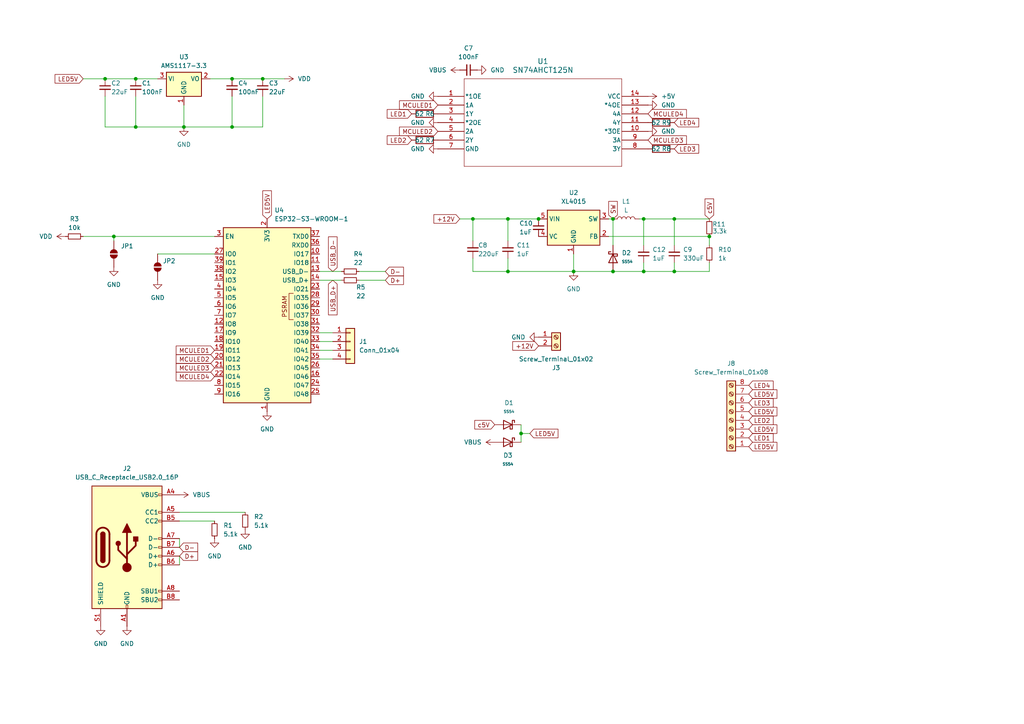
<source format=kicad_sch>
(kicad_sch (version 20241004) (generator "eeschema") (generator_version "8.99")
  (paper "A4")
  (lib_symbols
    (symbol "2025-11-21_18-39-34:SN74AHCT125N" (pin_names (offset 0.254))
      (property "Reference" "U" (at 30.48 10.16 0))
      (property "Value" "SN74AHCT125N" (at 30.48 7.62 0))
      (symbol "SN74AHCT125N_0_1"
        (polyline (pts (xy 7.62 5.08) (xy 7.62 -20.32)) (stroke (width 0.127)))
        (polyline (pts (xy 7.62 -20.32) (xy 53.34 -20.32)) (stroke (width 0.127)))
        (polyline (pts (xy 53.34 5.08) (xy 7.62 5.08)) (stroke (width 0.127)))
        (polyline (pts (xy 53.34 -20.32) (xy 53.34 5.08)) (stroke (width 0.127)))
        (pin input line (at 0 0 0) (length 7.62) (name "*1OE") (number "1"))
        (pin input line (at 0 -2.54 0) (length 7.62) (name "1A") (number "2"))
        (pin unspecified line (at 0 -5.08 0) (length 7.62) (name "1Y") (number "3"))
        (pin input line (at 0 -7.62 0) (length 7.62) (name "*2OE") (number "4"))
        (pin input line (at 0 -10.16 0) (length 7.62) (name "2A") (number "5"))
        (pin unspecified line (at 0 -12.7 0) (length 7.62) (name "2Y") (number "6"))
        (pin power_in line (at 0 -15.24 0) (length 7.62) (name "GND") (number "7"))
        (pin power_in line (at 60.96 0 180) (length 7.62) (name "VCC") (number "14"))
        (pin input line (at 60.96 -2.54 180) (length 7.62) (name "*4OE") (number "13"))
        (pin input line (at 60.96 -5.08 180) (length 7.62) (name "4A") (number "12"))
        (pin unspecified line (at 60.96 -7.62 180) (length 7.62) (name "4Y") (number "11"))
        (pin input line (at 60.96 -10.16 180) (length 7.62) (name "*3OE") (number "10"))
        (pin input line (at 60.96 -12.7 180) (length 7.62) (name "3A") (number "9"))
        (pin unspecified line (at 60.96 -15.24 180) (length 7.62) (name "3Y") (number "8"))
      )
    )
    (symbol "Connector:Screw_Terminal_01x02" (pin_names (offset 1.016) (hide yes))
      (property "Reference" "J" (at 0 2.54 0))
      (property "Value" "Screw_Terminal_01x02" (at 0 -5.08 0))
      (symbol "Screw_Terminal_01x02_1_1"
        (rectangle (start -1.27 1.27) (end 1.27 -3.81) (stroke (width 0.254)) (fill (type background)))
        (polyline (pts (xy -0.5334 0.3302) (xy 0.3302 -0.508)) (stroke (width 0.1524)))
        (polyline (pts (xy -0.5334 -2.2098) (xy 0.3302 -3.048)) (stroke (width 0.1524)))
        (polyline (pts (xy -0.3556 0.508) (xy 0.508 -0.3302)) (stroke (width 0.1524)))
        (polyline (pts (xy -0.3556 -2.032) (xy 0.508 -2.8702)) (stroke (width 0.1524)))
        (circle (center 0 0) (radius 0.635) (stroke (width 0.1524)))
        (circle (center 0 -2.54) (radius 0.635) (stroke (width 0.1524)))
        (pin passive line (at -5.08 0 0) (length 3.81) (name "Pin_1") (number "1"))
        (pin passive line (at -5.08 -2.54 0) (length 3.81) (name "Pin_2") (number "2"))
      )
    )
    (symbol "Connector:Screw_Terminal_01x08" (pin_names (offset 1.016) (hide yes))
      (property "Reference" "J" (at 0 10.16 0))
      (property "Value" "Screw_Terminal_01x08" (at 0 -12.7 0))
      (symbol "Screw_Terminal_01x08_1_1"
        (rectangle (start -1.27 8.89) (end 1.27 -11.43) (stroke (width 0.254)) (fill (type background)))
        (polyline (pts (xy -0.5334 7.9502) (xy 0.3302 7.112)) (stroke (width 0.1524)))
        (polyline (pts (xy -0.5334 5.4102) (xy 0.3302 4.572)) (stroke (width 0.1524)))
        (polyline (pts (xy -0.5334 2.8702) (xy 0.3302 2.032)) (stroke (width 0.1524)))
        (polyline (pts (xy -0.5334 0.3302) (xy 0.3302 -0.508)) (stroke (width 0.1524)))
        (polyline (pts (xy -0.5334 -2.2098) (xy 0.3302 -3.048)) (stroke (width 0.1524)))
        (polyline (pts (xy -0.5334 -4.7498) (xy 0.3302 -5.588)) (stroke (width 0.1524)))
        (polyline (pts (xy -0.5334 -7.2898) (xy 0.3302 -8.128)) (stroke (width 0.1524)))
        (polyline (pts (xy -0.5334 -9.8298) (xy 0.3302 -10.668)) (stroke (width 0.1524)))
        (polyline (pts (xy -0.3556 8.128) (xy 0.508 7.2898)) (stroke (width 0.1524)))
        (polyline (pts (xy -0.3556 5.588) (xy 0.508 4.7498)) (stroke (width 0.1524)))
        (polyline (pts (xy -0.3556 3.048) (xy 0.508 2.2098)) (stroke (width 0.1524)))
        (polyline (pts (xy -0.3556 0.508) (xy 0.508 -0.3302)) (stroke (width 0.1524)))
        (polyline (pts (xy -0.3556 -2.032) (xy 0.508 -2.8702)) (stroke (width 0.1524)))
        (polyline (pts (xy -0.3556 -4.572) (xy 0.508 -5.4102)) (stroke (width 0.1524)))
        (polyline (pts (xy -0.3556 -7.112) (xy 0.508 -7.9502)) (stroke (width 0.1524)))
        (polyline (pts (xy -0.3556 -9.652) (xy 0.508 -10.4902)) (stroke (width 0.1524)))
        (circle (center 0 7.62) (radius 0.635) (stroke (width 0.1524)))
        (circle (center 0 5.08) (radius 0.635) (stroke (width 0.1524)))
        (circle (center 0 2.54) (radius 0.635) (stroke (width 0.1524)))
        (circle (center 0 0) (radius 0.635) (stroke (width 0.1524)))
        (circle (center 0 -2.54) (radius 0.635) (stroke (width 0.1524)))
        (circle (center 0 -5.08) (radius 0.635) (stroke (width 0.1524)))
        (circle (center 0 -7.62) (radius 0.635) (stroke (width 0.1524)))
        (circle (center 0 -10.16) (radius 0.635) (stroke (width 0.1524)))
        (pin passive line (at -5.08 7.62 0) (length 3.81) (name "Pin_1") (number "1"))
        (pin passive line (at -5.08 5.08 0) (length 3.81) (name "Pin_2") (number "2"))
        (pin passive line (at -5.08 2.54 0) (length 3.81) (name "Pin_3") (number "3"))
        (pin passive line (at -5.08 0 0) (length 3.81) (name "Pin_4") (number "4"))
        (pin passive line (at -5.08 -2.54 0) (length 3.81) (name "Pin_5") (number "5"))
        (pin passive line (at -5.08 -5.08 0) (length 3.81) (name "Pin_6") (number "6"))
        (pin passive line (at -5.08 -7.62 0) (length 3.81) (name "Pin_7") (number "7"))
        (pin passive line (at -5.08 -10.16 0) (length 3.81) (name "Pin_8") (number "8"))
      )
    )
    (symbol "Connector:USB_C_Receptacle_USB2.0_16P" (pin_names (offset 1.016))
      (property "Reference" "J" (at 0 22.225 0))
      (property "Value" "USB_C_Receptacle_USB2.0_16P" (at 0 19.685 0))
      (symbol "USB_C_Receptacle_USB2.0_16P_0_0"
        (rectangle (start -0.254 -17.78) (end 0.254 -16.764))
        (rectangle (start 10.16 15.494) (end 9.144 14.986))
        (rectangle (start 10.16 10.414) (end 9.144 9.906))
        (rectangle (start 10.16 7.874) (end 9.144 7.366))
        (rectangle (start 10.16 2.794) (end 9.144 2.286))
        (rectangle (start 10.16 0.254) (end 9.144 -0.254))
        (rectangle (start 10.16 -2.286) (end 9.144 -2.794))
        (rectangle (start 10.16 -4.826) (end 9.144 -5.334))
        (rectangle (start 10.16 -12.446) (end 9.144 -12.954))
        (rectangle (start 10.16 -14.986) (end 9.144 -15.494))
      )
      (symbol "USB_C_Receptacle_USB2.0_16P_0_1"
        (rectangle (start -10.16 17.78) (end 10.16 -17.78) (stroke (width 0.254)) (fill (type background)))
        (polyline (pts (xy -8.89 -3.81) (xy -8.89 3.81)) (stroke (width 0.508)))
        (rectangle (start -7.62 -3.81) (end -6.35 3.81) (stroke (width 0.254)) (fill (type outline)))
        (arc (start -7.62 3.81) (mid -6.985 4.4423) (end -6.35 3.81) (stroke (width 0.254)) (fill (type outline)))
        (arc (start -7.62 3.81) (mid -6.985 4.4423) (end -6.35 3.81) (stroke (width 0.254)))
        (arc (start -8.89 3.81) (mid -6.985 5.7067) (end -5.08 3.81) (stroke (width 0.508)))
        (arc (start -5.08 -3.81) (mid -6.985 -5.7067) (end -8.89 -3.81) (stroke (width 0.508)))
        (arc (start -6.35 -3.81) (mid -6.985 -4.4423) (end -7.62 -3.81) (stroke (width 0.254)) (fill (type outline)))
        (arc (start -6.35 -3.81) (mid -6.985 -4.4423) (end -7.62 -3.81) (stroke (width 0.254)))
        (polyline (pts (xy -5.08 3.81) (xy -5.08 -3.81)) (stroke (width 0.508)))
        (circle (center -2.54 1.143) (radius 0.635) (stroke (width 0.254)) (fill (type outline)))
        (polyline (pts (xy -1.27 4.318) (xy 0 6.858) (xy 1.27 4.318) (xy -1.27 4.318)) (stroke (width 0.254)) (fill (type outline)))
        (polyline (pts (xy 0 -2.032) (xy 2.54 0.508) (xy 2.54 1.778)) (stroke (width 0.508)))
        (polyline (pts (xy 0 -3.302) (xy -2.54 -0.762) (xy -2.54 0.508)) (stroke (width 0.508)))
        (circle (center 0 -5.842) (radius 1.27) (fill (type outline)))
        (polyline (pts (xy 0 -5.842) (xy 0 4.318)) (stroke (width 0.508)))
        (rectangle (start 1.905 1.778) (end 3.175 3.048) (stroke (width 0.254)) (fill (type outline)))
      )
      (symbol "USB_C_Receptacle_USB2.0_16P_1_1"
        (pin passive line (at -7.62 -22.86 90) (length 5.08) (name "SHIELD") (number "S1"))
        (pin passive line (at 0 -22.86 90) (length 5.08) (name "GND") (number "A1"))
        (pin passive line (at 0 -22.86 90) (length 5.08) (hide yes) (name "GND") (number "A12"))
        (pin passive line (at 0 -22.86 90) (length 5.08) (hide yes) (name "GND") (number "B1"))
        (pin passive line (at 0 -22.86 90) (length 5.08) (hide yes) (name "GND") (number "B12"))
        (pin passive line (at 15.24 15.24 180) (length 5.08) (name "VBUS") (number "A4"))
        (pin passive line (at 15.24 15.24 180) (length 5.08) (hide yes) (name "VBUS") (number "A9"))
        (pin passive line (at 15.24 15.24 180) (length 5.08) (hide yes) (name "VBUS") (number "B4"))
        (pin passive line (at 15.24 15.24 180) (length 5.08) (hide yes) (name "VBUS") (number "B9"))
        (pin bidirectional line (at 15.24 10.16 180) (length 5.08) (name "CC1") (number "A5"))
        (pin bidirectional line (at 15.24 7.62 180) (length 5.08) (name "CC2") (number "B5"))
        (pin bidirectional line (at 15.24 2.54 180) (length 5.08) (name "D-") (number "A7"))
        (pin bidirectional line (at 15.24 0 180) (length 5.08) (name "D-") (number "B7"))
        (pin bidirectional line (at 15.24 -2.54 180) (length 5.08) (name "D+") (number "A6"))
        (pin bidirectional line (at 15.24 -5.08 180) (length 5.08) (name "D+") (number "B6"))
        (pin bidirectional line (at 15.24 -12.7 180) (length 5.08) (name "SBU1") (number "A8"))
        (pin bidirectional line (at 15.24 -15.24 180) (length 5.08) (name "SBU2") (number "B8"))
      )
    )
    (symbol "Connector_Generic:Conn_01x04" (pin_names (offset 1.016) (hide yes))
      (property "Reference" "J" (at 0 5.08 0))
      (property "Value" "Conn_01x04" (at 0 -7.62 0))
      (symbol "Conn_01x04_1_1"
        (rectangle (start -1.27 3.81) (end 1.27 -6.35) (stroke (width 0.254)) (fill (type background)))
        (rectangle (start -1.27 2.667) (end 0 2.413) (stroke (width 0.1524)))
        (rectangle (start -1.27 0.127) (end 0 -0.127) (stroke (width 0.1524)))
        (rectangle (start -1.27 -2.413) (end 0 -2.667) (stroke (width 0.1524)))
        (rectangle (start -1.27 -4.953) (end 0 -5.207) (stroke (width 0.1524)))
        (pin passive line (at -5.08 2.54 0) (length 3.81) (name "Pin_1") (number "1"))
        (pin passive line (at -5.08 0 0) (length 3.81) (name "Pin_2") (number "2"))
        (pin passive line (at -5.08 -2.54 0) (length 3.81) (name "Pin_3") (number "3"))
        (pin passive line (at -5.08 -5.08 0) (length 3.81) (name "Pin_4") (number "4"))
      )
    )
    (symbol "Device:C_Small" (pin_numbers (hide yes)) (pin_names (offset 0.254) (hide yes))
      (property "Reference" "C" (at 0.254 1.778 0))
      (property "Value" "C_Small" (at 0.254 -2.032 0))
      (symbol "C_Small_0_1"
        (polyline (pts (xy -1.524 0.508) (xy 1.524 0.508)) (stroke (width 0.3048)))
        (polyline (pts (xy -1.524 -0.508) (xy 1.524 -0.508)) (stroke (width 0.3302)))
      )
      (symbol "C_Small_1_1"
        (pin passive line (at 0 2.54 270) (length 2.032) (name "~") (number "1"))
        (pin passive line (at 0 -2.54 90) (length 2.032) (name "~") (number "2"))
      )
    )
    (symbol "Device:L" (pin_numbers (hide yes)) (pin_names (offset 1.016) (hide yes))
      (property "Reference" "L" (at -1.27 0 90))
      (property "Value" "L" (at 1.905 0 90))
      (symbol "L_0_1"
        (arc (start 0 2.54) (mid 0.6323 1.905) (end 0 1.27))
        (arc (start 0 1.27) (mid 0.6323 0.635) (end 0 0))
        (arc (start 0 0) (mid 0.6323 -0.635) (end 0 -1.27))
        (arc (start 0 -1.27) (mid 0.6323 -1.905) (end 0 -2.54))
      )
      (symbol "L_1_1"
        (pin passive line (at 0 3.81 270) (length 1.27) (name "1") (number "1"))
        (pin passive line (at 0 -3.81 90) (length 1.27) (name "2") (number "2"))
      )
    )
    (symbol "Device:R" (pin_numbers (hide yes)) (pin_names (offset 0))
      (property "Reference" "R" (at 2.032 0 90))
      (property "Value" "R" (at 0 0 90))
      (symbol "R_0_1"
        (rectangle (start -1.016 -2.54) (end 1.016 2.54) (stroke (width 0.254)))
      )
      (symbol "R_1_1"
        (pin passive line (at 0 3.81 270) (length 1.27) (name "~") (number "1"))
        (pin passive line (at 0 -3.81 90) (length 1.27) (name "~") (number "2"))
      )
    )
    (symbol "Device:R_Small" (pin_numbers (hide yes)) (pin_names (offset 0.254) (hide yes))
      (property "Reference" "R" (at 0.762 0.508 0))
      (property "Value" "R_Small" (at 0.762 -1.016 0))
      (symbol "R_Small_0_1"
        (rectangle (start -0.762 1.778) (end 0.762 -1.778) (stroke (width 0.2032)))
      )
      (symbol "R_Small_1_1"
        (pin passive line (at 0 2.54 270) (length 0.762) (name "~") (number "1"))
        (pin passive line (at 0 -2.54 90) (length 0.762) (name "~") (number "2"))
      )
    )
    (symbol "Jumper:SolderJumper_2_Open" (pin_numbers (hide yes)) (pin_names (offset 0) (hide yes)) (exclude_from_sim yes) (in_bom no)
      (property "Reference" "JP" (at 0 2.032 0))
      (property "Value" "SolderJumper_2_Open" (at 0 -2.54 0))
      (symbol "SolderJumper_2_Open_0_1"
        (polyline (pts (xy -0.254 1.016) (xy -0.254 -1.016)))
        (arc (start -0.254 -1.016) (mid -1.2656 0) (end -0.254 1.016))
        (arc (start -0.254 -1.016) (mid -1.2656 0) (end -0.254 1.016) (fill (type outline)))
        (arc (start 0.254 1.016) (mid 1.2656 0) (end 0.254 -1.016))
        (arc (start 0.254 1.016) (mid 1.2656 0) (end 0.254 -1.016) (fill (type outline)))
        (polyline (pts (xy 0.254 1.016) (xy 0.254 -1.016)))
      )
      (symbol "SolderJumper_2_Open_1_1"
        (pin passive line (at -3.81 0 0) (length 2.54) (name "A") (number "1"))
        (pin passive line (at 3.81 0 180) (length 2.54) (name "B") (number "2"))
      )
    )
    (symbol "PCM_JLCPCB-Diodes:Schottky,SS54" (pin_numbers (hide yes)) (pin_names (offset 0))
      (property "Reference" "D" (at 2.032 0.834 0))
      (property "Value" "SS54" (at 2.032 -1.2122 0))
      (symbol "Schottky,SS54_0_1"
        (polyline (pts (xy -1.27 1.27) (xy 0 -1.27) (xy 1.27 1.27) (xy -1.27 1.27)) (stroke (width 0.254)))
        (polyline (pts (xy 0.635 -1.905) (xy 1.27 -1.905) (xy 1.27 -1.27) (xy -1.27 -1.27) (xy -1.27 -0.635) (xy -0.635 -0.635)) (stroke (width 0.254)))
      )
      (symbol "Schottky,SS54_1_1"
        (pin passive line (at 0 3.81 270) (length 3.81) (name "~") (number "2"))
        (pin passive line (at 0 -3.81 90) (length 3.81) (name "~") (number "1"))
      )
    )
    (symbol "RF_Module:ESP32-S3-WROOM-1"
      (property "Reference" "U" (at -12.7 26.67 0))
      (property "Value" "ESP32-S3-WROOM-1" (at 12.7 26.67 0))
      (symbol "ESP32-S3-WROOM-1_0_0"
        (rectangle (start -12.7 25.4) (end 12.7 -25.4) (stroke (width 0.254)) (fill (type background)))
        (text "PSRAM" (at 5.08 2.54 900) (effects (font (size 1.27 1.27))))
      )
      (symbol "ESP32-S3-WROOM-1_0_1"
        (polyline (pts (xy 7.62 -1.27) (xy 6.35 -1.27) (xy 6.35 6.35) (xy 7.62 6.35)))
      )
      (symbol "ESP32-S3-WROOM-1_1_1"
        (pin input line (at -15.24 22.86 0) (length 2.54) (name "EN") (number "3"))
        (pin bidirectional line (at -15.24 17.78 0) (length 2.54) (name "IO0") (number "27"))
        (pin bidirectional line (at -15.24 15.24 0) (length 2.54) (name "IO1") (number "39"))
        (pin bidirectional line (at -15.24 12.7 0) (length 2.54) (name "IO2") (number "38"))
        (pin bidirectional line (at -15.24 10.16 0) (length 2.54) (name "IO3") (number "15"))
        (pin bidirectional line (at -15.24 7.62 0) (length 2.54) (name "IO4") (number "4"))
        (pin bidirectional line (at -15.24 5.08 0) (length 2.54) (name "IO5") (number "5"))
        (pin bidirectional line (at -15.24 2.54 0) (length 2.54) (name "IO6") (number "6"))
        (pin bidirectional line (at -15.24 0 0) (length 2.54) (name "IO7") (number "7"))
        (pin bidirectional line (at -15.24 -2.54 0) (length 2.54) (name "IO8") (number "12"))
        (pin bidirectional line (at -15.24 -5.08 0) (length 2.54) (name "IO9") (number "17"))
        (pin bidirectional line (at -15.24 -7.62 0) (length 2.54) (name "IO10") (number "18"))
        (pin bidirectional line (at -15.24 -10.16 0) (length 2.54) (name "IO11") (number "19"))
        (pin bidirectional line (at -15.24 -12.7 0) (length 2.54) (name "IO12") (number "20"))
        (pin bidirectional line (at -15.24 -15.24 0) (length 2.54) (name "IO13") (number "21"))
        (pin bidirectional line (at -15.24 -17.78 0) (length 2.54) (name "IO14") (number "22"))
        (pin bidirectional line (at -15.24 -20.32 0) (length 2.54) (name "IO15") (number "8"))
        (pin bidirectional line (at -15.24 -22.86 0) (length 2.54) (name "IO16") (number "9"))
        (pin power_in line (at 0 27.94 270) (length 2.54) (name "3V3") (number "2"))
        (pin power_in line (at 0 -27.94 90) (length 2.54) (name "GND") (number "1"))
        (pin passive line (at 0 -27.94 90) (length 2.54) (hide yes) (name "GND") (number "40"))
        (pin passive line (at 0 -27.94 90) (length 2.54) (hide yes) (name "GND") (number "41"))
        (pin bidirectional line (at 15.24 22.86 180) (length 2.54) (name "TXD0") (number "37"))
        (pin bidirectional line (at 15.24 20.32 180) (length 2.54) (name "RXD0") (number "36"))
        (pin bidirectional line (at 15.24 17.78 180) (length 2.54) (name "IO17") (number "10"))
        (pin bidirectional line (at 15.24 15.24 180) (length 2.54) (name "IO18") (number "11"))
        (pin bidirectional line (at 15.24 12.7 180) (length 2.54) (name "USB_D-") (number "13"))
        (pin bidirectional line (at 15.24 10.16 180) (length 2.54) (name "USB_D+") (number "14"))
        (pin bidirectional line (at 15.24 7.62 180) (length 2.54) (name "IO21") (number "23"))
        (pin bidirectional line (at 15.24 5.08 180) (length 2.54) (name "IO35") (number "28"))
        (pin bidirectional line (at 15.24 2.54 180) (length 2.54) (name "IO36") (number "29"))
        (pin bidirectional line (at 15.24 0 180) (length 2.54) (name "IO37") (number "30"))
        (pin bidirectional line (at 15.24 -2.54 180) (length 2.54) (name "IO38") (number "31"))
        (pin bidirectional line (at 15.24 -5.08 180) (length 2.54) (name "IO39") (number "32"))
        (pin bidirectional line (at 15.24 -7.62 180) (length 2.54) (name "IO40") (number "33"))
        (pin bidirectional line (at 15.24 -10.16 180) (length 2.54) (name "IO41") (number "34"))
        (pin bidirectional line (at 15.24 -12.7 180) (length 2.54) (name "IO42") (number "35"))
        (pin bidirectional line (at 15.24 -15.24 180) (length 2.54) (name "IO45") (number "26"))
        (pin bidirectional line (at 15.24 -17.78 180) (length 2.54) (name "IO46") (number "16"))
        (pin bidirectional line (at 15.24 -20.32 180) (length 2.54) (name "IO47") (number "24"))
        (pin bidirectional line (at 15.24 -22.86 180) (length 2.54) (name "IO48") (number "25"))
      )
    )
    (symbol "Regulator_Linear:AMS1117-3.3"
      (property "Reference" "U" (at -3.81 3.175 0))
      (property "Value" "AMS1117-3.3" (at 0 3.175 0))
      (symbol "AMS1117-3.3_0_1"
        (rectangle (start -5.08 -5.08) (end 5.08 1.905) (stroke (width 0.254)) (fill (type background)))
      )
      (symbol "AMS1117-3.3_1_1"
        (pin power_in line (at -7.62 0 0) (length 2.54) (name "VI") (number "3"))
        (pin power_in line (at 0 -7.62 90) (length 2.54) (name "GND") (number "1"))
        (pin power_out line (at 7.62 0 180) (length 2.54) (name "VO") (number "2"))
      )
    )
    (symbol "Regulator_Switching:XL4015"
      (property "Reference" "U?" (at -6.35 6.35 0))
      (property "Value" "XL4015" (at 6.35 6.35 0))
      (symbol "XL4015_0_1"
        (rectangle (start -7.62 5.08) (end 7.62 -5.08) (stroke (width 0.254)) (fill (type background)))
      )
      (symbol "XL4015_1_1"
        (pin power_in line (at -10.16 2.54 0) (length 2.54) (name "VIN") (number "5"))
        (pin input line (at -10.16 -2.54 0) (length 2.54) (name "VC") (number "4"))
        (pin power_in line (at 0 -7.62 90) (length 2.54) (name "GND") (number "1"))
        (pin power_out line (at 10.16 2.54 180) (length 2.54) (name "SW") (number "3"))
        (pin input line (at 10.16 -2.54 180) (length 2.54) (name "FB") (number "2"))
      )
    )
    (symbol "power:+5V" (power) (pin_numbers (hide yes)) (pin_names (offset 0) (hide yes))
      (property "Value" "+5V" (at 0 3.556 0))
      (symbol "+5V_0_1"
        (polyline (pts (xy -0.762 1.27) (xy 0 2.54)))
        (polyline (pts (xy 0 2.54) (xy 0.762 1.27)))
        (polyline (pts (xy 0 0) (xy 0 2.54)))
      )
      (symbol "+5V_1_1"
        (pin power_in line (at 0 0 90) (length 0) (name "~") (number "1"))
      )
    )
    (symbol "power:GND" (power) (pin_numbers (hide yes)) (pin_names (offset 0) (hide yes))
      (property "Value" "GND" (at 0 -3.81 0))
      (symbol "GND_0_1"
        (polyline (pts (xy 0 0) (xy 0 -1.27) (xy 1.27 -1.27) (xy 0 -2.54) (xy -1.27 -1.27) (xy 0 -1.27)))
      )
      (symbol "GND_1_1"
        (pin power_in line (at 0 0 270) (length 0) (name "~") (number "1"))
      )
    )
    (symbol "power:VBUS" (power) (pin_numbers (hide yes)) (pin_names (offset 0) (hide yes))
      (property "Value" "VBUS" (at 0 3.556 0))
      (symbol "VBUS_0_1"
        (polyline (pts (xy -0.762 1.27) (xy 0 2.54)))
        (polyline (pts (xy 0 2.54) (xy 0.762 1.27)))
        (polyline (pts (xy 0 0) (xy 0 2.54)))
      )
      (symbol "VBUS_1_1"
        (pin power_in line (at 0 0 90) (length 0) (name "~") (number "1"))
      )
    )
    (symbol "power:VDD" (power) (pin_numbers (hide yes)) (pin_names (offset 0) (hide yes))
      (property "Value" "VDD" (at 0 3.556 0))
      (symbol "VDD_0_1"
        (polyline (pts (xy -0.762 1.27) (xy 0 2.54)))
        (polyline (pts (xy 0 2.54) (xy 0.762 1.27)))
        (polyline (pts (xy 0 0) (xy 0 2.54)))
      )
      (symbol "VDD_1_1"
        (pin power_in line (at 0 0 90) (length 0) (name "~") (number "1"))
      )
    )
  )
  (junction (at 151.13 125.73))
  (junction (at 53.34 36.83))
  (junction (at 166.37 78.74))
  (junction (at 33.02 68.58))
  (junction (at 186.69 78.74))
  (junction (at 195.58 63.5))
  (junction (at 67.31 36.83))
  (junction (at 177.8 78.74))
  (junction (at 39.37 22.86))
  (junction (at 137.16 63.5))
  (junction (at 147.32 63.5))
  (junction (at 147.32 78.74))
  (junction (at 39.37 36.83))
  (junction (at 67.31 22.86))
  (junction (at 186.69 63.5))
  (junction (at 156.21 63.5))
  (junction (at 30.48 22.86))
  (junction (at 177.8 63.5))
  (junction (at 195.58 78.74))
  (junction (at 76.2 22.86))
  (junction (at 205.74 68.58))
  (wire (pts (xy 52.07 156.21) (xy 52.07 158.75)))
  (wire (pts (xy 52.07 151.13) (xy 62.23 151.13)))
  (wire (pts (xy 166.37 78.74) (xy 177.8 78.74)))
  (wire (pts (xy 92.71 99.06) (xy 96.52 99.06)))
  (wire (pts (xy 52.07 161.29) (xy 52.07 163.83)))
  (wire (pts (xy 177.8 78.74) (xy 186.69 78.74)))
  (wire (pts (xy 53.34 36.83) (xy 53.34 30.48)))
  (wire (pts (xy 166.37 73.66) (xy 166.37 78.74)))
  (wire (pts (xy 186.69 63.5) (xy 186.69 71.12)))
  (wire (pts (xy 33.02 69.85) (xy 33.02 68.58)))
  (wire (pts (xy 67.31 36.83) (xy 76.2 36.83)))
  (wire (pts (xy 24.13 22.86) (xy 30.48 22.86)))
  (wire (pts (xy 137.16 63.5) (xy 137.16 69.85)))
  (wire (pts (xy 45.72 73.66) (xy 62.23 73.66)))
  (wire (pts (xy 52.07 148.59) (xy 71.12 148.59)))
  (wire (pts (xy 205.74 76.2) (xy 205.74 78.74)))
  (wire (pts (xy 104.14 81.28) (xy 111.76 81.28)))
  (wire (pts (xy 39.37 36.83) (xy 53.34 36.83)))
  (wire (pts (xy 195.58 63.5) (xy 195.58 71.12)))
  (wire (pts (xy 176.53 68.58) (xy 205.74 68.58)))
  (wire (pts (xy 76.2 22.86) (xy 82.55 22.86)))
  (wire (pts (xy 147.32 78.74) (xy 166.37 78.74)))
  (wire (pts (xy 133.35 63.5) (xy 137.16 63.5)))
  (wire (pts (xy 92.71 101.6) (xy 96.52 101.6)))
  (wire (pts (xy 151.13 125.73) (xy 153.67 125.73)))
  (wire (pts (xy 76.2 36.83) (xy 76.2 27.94)))
  (wire (pts (xy 53.34 36.83) (xy 67.31 36.83)))
  (wire (pts (xy 92.71 104.14) (xy 96.52 104.14)))
  (wire (pts (xy 30.48 36.83) (xy 39.37 36.83)))
  (wire (pts (xy 186.69 63.5) (xy 195.58 63.5)))
  (wire (pts (xy 137.16 74.93) (xy 137.16 78.74)))
  (wire (pts (xy 185.42 63.5) (xy 186.69 63.5)))
  (wire (pts (xy 92.71 96.52) (xy 96.52 96.52)))
  (wire (pts (xy 177.8 63.5) (xy 177.8 71.12)))
  (wire (pts (xy 39.37 22.86) (xy 45.72 22.86)))
  (wire (pts (xy 176.53 63.5) (xy 177.8 63.5)))
  (wire (pts (xy 186.69 76.2) (xy 186.69 78.74)))
  (wire (pts (xy 151.13 125.73) (xy 151.13 128.27)))
  (wire (pts (xy 205.74 68.58) (xy 205.74 71.12)))
  (wire (pts (xy 33.02 68.58) (xy 62.23 68.58)))
  (wire (pts (xy 137.16 63.5) (xy 147.32 63.5)))
  (wire (pts (xy 147.32 74.93) (xy 147.32 78.74)))
  (wire (pts (xy 99.06 78.74) (xy 92.71 78.74)))
  (wire (pts (xy 67.31 36.83) (xy 67.31 27.94)))
  (wire (pts (xy 30.48 27.94) (xy 30.48 36.83)))
  (wire (pts (xy 195.58 63.5) (xy 205.74 63.5)))
  (wire (pts (xy 137.16 78.74) (xy 147.32 78.74)))
  (wire (pts (xy 60.96 22.86) (xy 67.31 22.86)))
  (wire (pts (xy 30.48 22.86) (xy 39.37 22.86)))
  (wire (pts (xy 147.32 63.5) (xy 156.21 63.5)))
  (wire (pts (xy 67.31 22.86) (xy 76.2 22.86)))
  (wire (pts (xy 186.69 78.74) (xy 195.58 78.74)))
  (wire (pts (xy 99.06 81.28) (xy 92.71 81.28)))
  (wire (pts (xy 195.58 78.74) (xy 205.74 78.74)))
  (wire (pts (xy 104.14 78.74) (xy 111.76 78.74)))
  (wire (pts (xy 195.58 76.2) (xy 195.58 78.74)))
  (wire (pts (xy 24.13 68.58) (xy 33.02 68.58)))
  (wire (pts (xy 147.32 69.85) (xy 147.32 63.5)))
  (wire (pts (xy 151.13 123.19) (xy 151.13 125.73)))
  (wire (pts (xy 39.37 36.83) (xy 39.37 27.94)))
  (global_label "LED1" (shape input) (at 217.17 127 0) (property "Intersheetrefs" "${INTERSHEET_REFS}" (effects (hide yes))))
  (global_label "LED3" (shape input) (at 217.17 116.84 0) (property "Intersheetrefs" "${INTERSHEET_REFS}" (effects (hide yes))))
  (global_label "LED5V" (shape input) (at 217.17 114.3 0) (property "Intersheetrefs" "${INTERSHEET_REFS}" (effects (hide yes))))
  (global_label "c5V" (shape input) (at 143.51 123.19 180) (property "Intersheetrefs" "${INTERSHEET_REFS}" (effects (hide yes))))
  (global_label "LED5V" (shape input) (at 217.17 129.54 0) (property "Intersheetrefs" "${INTERSHEET_REFS}" (effects (hide yes))))
  (global_label "MCULED1" (shape input) (at 127 30.48 180) (property "Intersheetrefs" "${INTERSHEET_REFS}" (effects (hide yes))))
  (global_label "SW" (shape input) (at 177.8 63.5 90) (property "Intersheetrefs" "${INTERSHEET_REFS}" (effects (hide yes))))
  (global_label "LED5V" (shape input) (at 153.67 125.73 0) (property "Intersheetrefs" "${INTERSHEET_REFS}" (effects (hide yes))))
  (global_label "LED3" (shape input) (at 195.58 43.18 0) (property "Intersheetrefs" "${INTERSHEET_REFS}" (effects (hide yes))))
  (global_label "MCULED4" (shape input) (at 62.23 109.22 180) (property "Intersheetrefs" "${INTERSHEET_REFS}" (effects (hide yes))))
  (global_label "LED5V" (shape input) (at 77.47 63.5 90) (property "Intersheetrefs" "${INTERSHEET_REFS}" (effects (hide yes))))
  (global_label "USB_D+" (shape input) (at 96.52 81.28 270) (property "Intersheetrefs" "${INTERSHEET_REFS}" (effects (hide yes))))
  (global_label "D+" (shape input) (at 111.76 81.28 0) (property "Intersheetrefs" "${INTERSHEET_REFS}" (effects (hide yes))))
  (global_label "+12V" (shape input) (at 133.35 63.5 180) (property "Intersheetrefs" "${INTERSHEET_REFS}" (effects (hide yes))))
  (global_label "c5V" (shape input) (at 205.74 63.5 90) (property "Intersheetrefs" "${INTERSHEET_REFS}" (effects (hide yes))))
  (global_label "MCULED4" (shape input) (at 187.96 33.02 0) (property "Intersheetrefs" "${INTERSHEET_REFS}" (effects (hide yes))))
  (global_label "MCULED2" (shape input) (at 127 38.1 180) (property "Intersheetrefs" "${INTERSHEET_REFS}" (effects (hide yes))))
  (global_label "LED4" (shape input) (at 217.17 111.76 0) (property "Intersheetrefs" "${INTERSHEET_REFS}" (effects (hide yes))))
  (global_label "MCULED1" (shape input) (at 62.23 101.6 180) (property "Intersheetrefs" "${INTERSHEET_REFS}" (effects (hide yes))))
  (global_label "D-" (shape input) (at 111.76 78.74 0) (property "Intersheetrefs" "${INTERSHEET_REFS}" (effects (hide yes))))
  (global_label "USB_D-" (shape input) (at 96.52 78.74 90) (property "Intersheetrefs" "${INTERSHEET_REFS}" (effects (hide yes))))
  (global_label "LED2" (shape input) (at 217.17 121.92 0) (property "Intersheetrefs" "${INTERSHEET_REFS}" (effects (hide yes))))
  (global_label "+12V" (shape input) (at 156.21 100.33 180) (property "Intersheetrefs" "${INTERSHEET_REFS}" (effects (hide yes))))
  (global_label "MCULED3" (shape input) (at 62.23 106.68 180) (property "Intersheetrefs" "${INTERSHEET_REFS}" (effects (hide yes))))
  (global_label "LED5V" (shape input) (at 217.17 124.46 0) (property "Intersheetrefs" "${INTERSHEET_REFS}" (effects (hide yes))))
  (global_label "LED5V" (shape input) (at 24.13 22.86 180) (property "Intersheetrefs" "${INTERSHEET_REFS}" (effects (hide yes))))
  (global_label "LED5V" (shape input) (at 217.17 119.38 0) (property "Intersheetrefs" "${INTERSHEET_REFS}" (effects (hide yes))))
  (global_label "MCULED3" (shape input) (at 187.96 40.64 0) (property "Intersheetrefs" "${INTERSHEET_REFS}" (effects (hide yes))))
  (global_label "LED1" (shape input) (at 119.38 33.02 180) (property "Intersheetrefs" "${INTERSHEET_REFS}" (effects (hide yes))))
  (global_label "D-" (shape input) (at 52.07 158.75 0) (property "Intersheetrefs" "${INTERSHEET_REFS}" (effects (hide yes))))
  (global_label "LED2" (shape input) (at 119.38 40.64 180) (property "Intersheetrefs" "${INTERSHEET_REFS}" (effects (hide yes))))
  (global_label "LED4" (shape input) (at 195.58 35.56 0) (property "Intersheetrefs" "${INTERSHEET_REFS}" (effects (hide yes))))
  (global_label "MCULED2" (shape input) (at 62.23 104.14 180) (property "Intersheetrefs" "${INTERSHEET_REFS}" (effects (hide yes))))
  (global_label "D+" (shape input) (at 52.07 161.29 0) (property "Intersheetrefs" "${INTERSHEET_REFS}" (effects (hide yes))))
  (symbol (lib_id "Device:R") (at 191.77 43.18 90) (unit 1)
    (property "Reference" "R8" (at 193.294 43.18 90))
    (property "Value" "62" (at 190.246 43.18 90))
    (property "Footprint" "Resistor_SMD:R_0603_1608Metric" (effects (hide yes)))
    (property "Description" "Resistor" (effects (hide yes)))
  )
  (symbol (lib_id "power:GND") (at 187.96 38.1 90) (unit 1)
    (property "Reference" "#PWR023" (effects (hide yes)))
    (property "Value" "GND" (at 191.77 38.0999 90) (effects (justify right)))
    (property "Description" "Power symbol creates a global label with name \"GND\" , ground" (effects (hide yes)))
  )
  (symbol (lib_id "power:GND") (at 36.83 181.61 0) (unit 1)
    (property "Reference" "#PWR012" (effects (hide yes)))
    (property "Value" "GND" (at 36.83 186.69 0))
    (property "Description" "Power symbol creates a global label with name \"GND\" , ground" (effects (hide yes)))
  )
  (symbol (lib_id "Device:R_Small") (at 101.6 81.28 90) (unit 1)
    (property "Reference" "R5" (at 104.648 83.312 90))
    (property "Value" "22" (at 104.648 85.852 90))
    (property "Footprint" "Resistor_SMD:R_0603_1608Metric" (effects (hide yes)))
    (property "Description" "Resistor, small symbol" (effects (hide yes)))
  )
  (symbol (lib_id "power:VBUS") (at 52.07 143.51 270) (unit 1)
    (property "Reference" "#PWR07" (effects (hide yes)))
    (property "Value" "VBUS" (at 55.88 143.5099 90) (effects (justify left)))
    (property "Description" "Power symbol creates a global label with name \"VBUS\"" (effects (hide yes)))
  )
  (symbol (lib_id "Device:C_Small") (at 156.21 66.04 0) (unit 1)
    (property "Reference" "C10" (at 150.622 64.77 0) (effects (justify left)))
    (property "Value" "1uF" (at 150.622 67.31 0) (effects (justify left)))
    (property "Footprint" "Capacitor_SMD:C_0603_1608Metric" (effects (hide yes)))
    (property "Description" "Unpolarized capacitor, small symbol" (effects (hide yes)))
  )
  (symbol (lib_id "Device:C_Small") (at 30.48 25.4 0) (unit 1)
    (property "Reference" "C2" (at 32.258 24.13 0) (effects (justify left)))
    (property "Value" "22uF" (at 32.258 26.67 0) (effects (justify left)))
    (property "Footprint" "Capacitor_SMD:C_0603_1608Metric" (effects (hide yes)))
    (property "Description" "Unpolarized capacitor, small symbol" (effects (hide yes)))
  )
  (symbol (lib_id "Connector:USB_C_Receptacle_USB2.0_16P") (at 36.83 158.75 0) (unit 1)
    (property "Reference" "J2" (at 36.83 135.89 0))
    (property "Value" "USB_C_Receptacle_USB2.0_16P" (at 36.83 138.43 0))
    (property "Footprint" "Connector_USB:USB_C_Receptacle_HRO_TYPE-C-31-M-12" (effects (hide yes)))
    (property "Datasheet" "https://www.usb.org/sites/default/files/documents/usb_type-c.zip" (effects (hide yes)))
    (property "Description" "USB 2.0-only 16P Type-C Receptacle connector" (effects (hide yes)))
  )
  (symbol (lib_id "2025-11-21_18-39-34:SN74AHCT125N") (at 127 27.94 0) (unit 1)
    (property "Reference" "U1" (at 157.48 17.78 0) (effects (font (size 1.524 1.524))))
    (property "Value" "SN74AHCT125N" (at 157.48 20.32 0) (effects (font (size 1.524 1.524))))
    (property "Footprint" "Package_SO:SOIC-14_3.9x8.7mm_P1.27mm" (effects (hide yes)))
    (property "Datasheet" "https://www.ti.com/lit/gpn/sn74ahct125" (effects (hide yes)))
  )
  (symbol (lib_id "Device:R") (at 123.19 40.64 90) (unit 1)
    (property "Reference" "R7" (at 124.714 40.64 90))
    (property "Value" "62" (at 121.666 40.64 90))
    (property "Footprint" "Resistor_SMD:R_0603_1608Metric" (effects (hide yes)))
    (property "Description" "Resistor" (effects (hide yes)))
  )
  (symbol (lib_id "Device:R_Small") (at 71.12 151.13 0) (unit 1)
    (property "Reference" "R2" (at 73.66 149.8599 0) (effects (justify left)))
    (property "Value" "5.1k" (at 73.66 152.3999 0) (effects (justify left)))
    (property "Footprint" "Resistor_SMD:R_0603_1608Metric" (effects (hide yes)))
    (property "Description" "Resistor, small symbol" (effects (hide yes)))
  )
  (symbol (lib_id "power:GND") (at 127 35.56 270) (unit 1)
    (property "Reference" "#PWR018" (effects (hide yes)))
    (property "Value" "GND" (at 123.19 35.5599 90) (effects (justify right)))
    (property "Description" "Power symbol creates a global label with name \"GND\" , ground" (effects (hide yes)))
  )
  (symbol (lib_id "Connector_Generic:Conn_01x04") (at 101.6 99.06 0) (unit 1)
    (property "Reference" "J1" (at 104.14 99.0599 0) (effects (justify left)))
    (property "Value" "Conn_01x04" (at 104.14 101.5999 0) (effects (justify left)))
    (property "Footprint" "Connector_PinHeader_1.27mm:PinHeader_1x04_P1.27mm_Vertical" (effects (hide yes)))
    (property "Description" "Generic connector, single row, 01x04, script generated (kicad-library-utils/schlib/autogen/connector/)" (effects (hide yes)))
  )
  (symbol (lib_id "power:GND") (at 138.43 20.32 90) (unit 1)
    (property "Reference" "#PWR021" (effects (hide yes)))
    (property "Value" "GND" (at 142.24 20.3199 90) (effects (justify right)))
    (property "Description" "Power symbol creates a global label with name \"GND\" , ground" (effects (hide yes)))
  )
  (symbol (lib_id "Jumper:SolderJumper_2_Open") (at 45.72 77.47 90) (unit 1) (exclude_from_sim yes) (in_bom no)
    (property "Reference" "JP2" (at 47.244 75.692 90) (effects (justify right)))
    (property "Value" "SJ2_OPEN" (effects (hide yes)))
    (property "Footprint" "Jumper:SolderJumper-2_P1.3mm_Open_RoundedPad1.0x1.5mm" (effects (hide yes)))
    (property "Description" "Solder Jumper, 2-pole, open" (effects (hide yes)))
  )
  (symbol (lib_id "Connector:Screw_Terminal_01x08") (at 212.09 121.92 180) (unit 1)
    (property "Reference" "J8" (at 212.09 105.41 0))
    (property "Value" "Screw_Terminal_01x08" (at 212.09 107.95 0))
    (property "Footprint" "TerminalBlock_Phoenix:TerminalBlock_Phoenix_MKDS-3-8-5.08_1x08_P5.08mm_Horizontal" (effects (hide yes)))
    (property "Description" "Generic screw terminal, single row, 01x08, script generated (kicad-library-utils/schlib/autogen/connector/)" (effects (hide yes)))
  )
  (symbol (lib_id "Device:C_Small") (at 67.31 25.4 0) (unit 1)
    (property "Reference" "C4" (at 69.088 24.13 0) (effects (justify left)))
    (property "Value" "100nF" (at 69.088 26.67 0) (effects (justify left)))
    (property "Footprint" "Capacitor_SMD:C_0603_1608Metric" (effects (hide yes)))
    (property "Description" "Unpolarized capacitor, small symbol" (effects (hide yes)))
  )
  (symbol (lib_id "power:GND") (at 77.47 119.38 0) (unit 1)
    (property "Reference" "#PWR04" (effects (hide yes)))
    (property "Value" "GND" (at 77.47 124.46 0))
    (property "Description" "Power symbol creates a global label with name \"GND\" , ground" (effects (hide yes)))
  )
  (symbol (lib_id "Device:R_Small") (at 21.59 68.58 90) (unit 1)
    (property "Reference" "R3" (at 21.59 63.5 90))
    (property "Value" "10k" (at 21.59 66.04 90))
    (property "Footprint" "Resistor_SMD:R_0603_1608Metric" (effects (hide yes)))
    (property "Description" "Resistor, small symbol" (effects (hide yes)))
  )
  (symbol (lib_id "Device:L") (at 181.61 63.5 90) (unit 1)
    (property "Reference" "L1" (at 181.61 58.42 90))
    (property "Value" "L" (at 181.61 60.96 90))
    (property "Footprint" "Inductor_SMD:L_APV_APH1265" (effects (hide yes)))
    (property "Description" "Inductor" (effects (hide yes)))
  )
  (symbol (lib_id "Regulator_Switching:XL4015") (at 166.37 66.04 0) (unit 1)
    (property "Reference" "U2" (at 166.37 55.88 0))
    (property "Value" "XL4015" (at 166.37 58.42 0))
    (property "Footprint" "Package_TO_SOT_SMD:TO-263-5_TabPin3" (effects (hide yes)))
    (property "Datasheet" "http://www.xlsemi.net/datasheet/XL4015%20datasheet-English.pdf" (effects (hide yes)))
    (property "Description" "5A 180kHz 36V Buck DC to DC Converter" (effects (hide yes)))
  )
  (symbol (lib_id "power:GND") (at 62.23 156.21 0) (unit 1)
    (property "Reference" "#PWR01" (effects (hide yes)))
    (property "Value" "GND" (at 62.23 161.29 0))
    (property "Description" "Power symbol creates a global label with name \"GND\" , ground" (effects (hide yes)))
  )
  (symbol (lib_id "Jumper:SolderJumper_2_Open") (at 33.02 73.66 90) (unit 1) (exclude_from_sim yes) (in_bom no)
    (property "Reference" "JP1" (at 35.052 71.374 90) (effects (justify right)))
    (property "Value" "SJ2_OPEN" (effects (hide yes)))
    (property "Footprint" "Jumper:SolderJumper-2_P1.3mm_Open_RoundedPad1.0x1.5mm" (effects (hide yes)))
    (property "Description" "Solder Jumper, 2-pole, open" (effects (hide yes)))
  )
  (symbol (lib_id "power:VDD") (at 82.55 22.86 270) (unit 1)
    (property "Reference" "#PWR03" (effects (hide yes)))
    (property "Value" "VDD" (at 86.36 22.8599 90) (effects (justify left)))
    (property "Description" "Power symbol creates a global label with name \"VDD\"" (effects (hide yes)))
  )
  (symbol (lib_id "Device:R_Small") (at 101.6 78.74 90) (unit 1)
    (property "Reference" "R4" (at 103.886 73.66 90))
    (property "Value" "22" (at 103.886 76.2 90))
    (property "Footprint" "Resistor_SMD:R_0603_1608Metric" (effects (hide yes)))
    (property "Description" "Resistor, small symbol" (effects (hide yes)))
  )
  (symbol (lib_id "Device:C_Small") (at 147.32 72.39 180) (unit 1)
    (property "Reference" "C11" (at 149.86 71.1135 0) (effects (justify right)))
    (property "Value" "1uF" (at 149.86 73.6535 0) (effects (justify right)))
    (property "Footprint" "Capacitor_SMD:C_0603_1608Metric" (effects (hide yes)))
    (property "Description" "Unpolarized capacitor, small symbol" (effects (hide yes)))
  )
  (symbol (lib_id "Device:R_Small") (at 205.74 73.66 180) (unit 1)
    (property "Reference" "R10" (at 208.28 72.3899 0) (effects (justify right)))
    (property "Value" "1k" (at 208.28 74.9299 0) (effects (justify right)))
    (property "Footprint" "Resistor_SMD:R_0603_1608Metric" (effects (hide yes)))
    (property "Description" "Resistor, small symbol" (effects (hide yes)))
  )
  (symbol (lib_id "RF_Module:ESP32-S3-WROOM-1") (at 77.47 91.44 0) (unit 1)
    (property "Reference" "U4" (at 79.6133 60.96 0) (effects (justify left)))
    (property "Value" "ESP32-S3-WROOM-1" (at 79.6133 63.5 0) (effects (justify left)))
    (property "Footprint" "RF_Module:ESP32-S3-WROOM-1" (effects (hide yes)))
    (property "Datasheet" "https://www.espressif.com/sites/default/files/documentation/esp32-s3-wroom-1_wroom-1u_datasheet_en.pdf" (effects (hide yes)))
    (property "Description" "RF Module, ESP32-S3 SoC, Wi-Fi 802.11b/g/n, Bluetooth, BLE, 32-bit, 3.3V, onboard antenna, SMD" (effects (hide yes)))
  )
  (symbol (lib_id "Regulator_Linear:AMS1117-3.3") (at 53.34 22.86 0) (unit 1)
    (property "Reference" "U3" (at 53.34 16.51 0))
    (property "Value" "AMS1117-3.3" (at 53.34 19.05 0))
    (property "Footprint" "Package_TO_SOT_SMD:SOT-223-3_TabPin2" (effects (hide yes)))
    (property "Datasheet" "http://www.advanced-monolithic.com/pdf/ds1117.pdf" (effects (hide yes)))
    (property "Description" "1A Low Dropout regulator, positive, 3.3V fixed output, SOT-223" (effects (hide yes)))
  )
  (symbol (lib_id "power:GND") (at 53.34 36.83 0) (unit 1)
    (property "Reference" "#PWR010" (effects (hide yes)))
    (property "Value" "GND" (at 53.34 41.91 0))
    (property "Description" "Power symbol creates a global label with name \"GND\" , ground" (effects (hide yes)))
  )
  (symbol (lib_id "power:GND") (at 45.72 81.28 0) (unit 1)
    (property "Reference" "#PWR09" (effects (hide yes)))
    (property "Value" "GND" (at 45.72 86.36 0))
    (property "Description" "Power symbol creates a global label with name \"GND\" , ground" (effects (hide yes)))
  )
  (symbol (lib_id "power:GND") (at 166.37 78.74 0) (unit 1)
    (property "Reference" "#PWR024" (effects (hide yes)))
    (property "Value" "GND" (at 166.37 83.82 0))
    (property "Description" "Power symbol creates a global label with name \"GND\" , ground" (effects (hide yes)))
  )
  (symbol (lib_id "power:+5V") (at 187.96 27.94 270) (unit 1)
    (property "Reference" "#PWR020" (effects (hide yes)))
    (property "Value" "+5V" (at 191.77 27.9399 90) (effects (justify left)))
    (property "Description" "Power symbol creates a global label with name \"+5V\"" (effects (hide yes)))
  )
  (symbol (lib_id "Device:C_Small") (at 137.16 72.39 180) (unit 1)
    (property "Reference" "C8" (at 138.684 71.12 0) (effects (justify right)))
    (property "Value" "220uF" (at 138.684 73.66 0) (effects (justify right)))
    (property "Footprint" "Capacitor_SMD:C_0603_1608Metric" (effects (hide yes)))
    (property "Description" "Unpolarized capacitor, small symbol" (effects (hide yes)))
  )
  (symbol (lib_id "PCM_JLCPCB-Diodes:Schottky,SS54") (at 147.32 123.19 90) (unit 1)
    (property "Reference" "D1" (at 147.6375 116.84 90))
    (property "Value" "SS54" (at 147.6375 119.38 90) (effects (font (size 0.8 0.8))))
    (property "Footprint" "PCM_JLCPCB:D_SMA" (effects (hide yes)))
    (property "Datasheet" "https://www.lcsc.com/datasheet/lcsc_datasheet_2407101107_MDD-Microdiode-Semiconductor-SS54_C22452.pdf" (effects (hide yes)))
    (property "Description" "40V Independent Type 550mV@5A 5A SMA(DO-214AC) Schottky Diodes ROHS" (effects (hide yes)))
    (property "LCSC" "C22452" (effects (hide yes)))
    (property "Stock" "789705" (effects (hide yes)))
    (property "Price" "0.043USD" (effects (hide yes)))
    (property "Process" "SMT" (effects (hide yes)))
    (property "Minimum Qty" "5" (effects (hide yes)))
    (property "Attrition Qty" "4" (effects (hide yes)))
    (property "Class" "Basic Component" (effects (hide yes)))
    (property "Category" "Diodes,Schottky Barrier Diodes (SBD)" (effects (hide yes)))
    (property "Manufacturer" "MDD（Microdiode Electronics）" (effects (hide yes)))
    (property "Part" "SS54" (effects (hide yes)))
    (property "Rectified Current" "5A" (effects (hide yes)))
    (property "Forward Voltage (Vf@If)" "550mV@5A" (effects (hide yes)))
    (property "Reverse Voltage (Vr)" "40V" (effects (hide yes)))
    (property "Diode Configuration" "Independent Type" (effects (hide yes)))
    (property "Reverse Leakage Current (Ir)" "1mA@40V" (effects (hide yes)))
  )
  (symbol (lib_id "Device:R") (at 191.77 35.56 90) (unit 1)
    (property "Reference" "R9" (at 193.294 35.56 90))
    (property "Value" "62" (at 190.246 35.56 90))
    (property "Footprint" "Resistor_SMD:R_0603_1608Metric" (effects (hide yes)))
    (property "Description" "Resistor" (effects (hide yes)))
  )
  (symbol (lib_id "Connector:Screw_Terminal_01x02") (at 161.29 97.79 0) (unit 1)
    (property "Reference" "J3" (at 161.29 106.68 0))
    (property "Value" "Screw_Terminal_01x02" (at 161.29 104.14 0))
    (property "Footprint" "TerminalBlock_Phoenix:TerminalBlock_Phoenix_MKDS-1,5-2-5.08_1x02_P5.08mm_Horizontal" (effects (hide yes)))
    (property "Description" "Generic screw terminal, single row, 01x02, script generated (kicad-library-utils/schlib/autogen/connector/)" (effects (hide yes)))
  )
  (symbol (lib_id "power:GND") (at 71.12 153.67 0) (unit 1)
    (property "Reference" "#PWR02" (effects (hide yes)))
    (property "Value" "GND" (at 71.12 158.75 0))
    (property "Description" "Power symbol creates a global label with name \"GND\" , ground" (effects (hide yes)))
  )
  (symbol (lib_id "Device:R_Small") (at 205.74 66.04 180) (unit 1)
    (property "Reference" "R11" (at 208.534 65.024 0))
    (property "Value" "3.3k" (at 208.788 67.056 0))
    (property "Footprint" "Resistor_SMD:R_0603_1608Metric" (effects (hide yes)))
    (property "Description" "Resistor, small symbol" (effects (hide yes)))
  )
  (symbol (lib_id "Device:C_Small") (at 186.69 73.66 180) (unit 1)
    (property "Reference" "C12" (at 189.23 72.3835 0) (effects (justify right)))
    (property "Value" "1uF" (at 189.23 74.9235 0) (effects (justify right)))
    (property "Footprint" "Capacitor_SMD:C_0603_1608Metric" (effects (hide yes)))
    (property "Description" "Unpolarized capacitor, small symbol" (effects (hide yes)))
  )
  (symbol (lib_id "Device:R") (at 123.19 33.02 90) (unit 1)
    (property "Reference" "R6" (at 124.714 33.02 90))
    (property "Value" "62" (at 121.666 33.02 90))
    (property "Footprint" "Resistor_SMD:R_0603_1608Metric" (effects (hide yes)))
    (property "Description" "Resistor" (effects (hide yes)))
  )
  (symbol (lib_id "power:VBUS") (at 143.51 128.27 90) (unit 1)
    (property "Reference" "#PWR029" (effects (hide yes)))
    (property "Value" "VBUS" (at 139.7 128.2699 90) (effects (justify left)))
    (property "Description" "Power symbol creates a global label with name \"VBUS\"" (effects (hide yes)))
  )
  (symbol (lib_id "power:GND") (at 127 27.94 270) (unit 1)
    (property "Reference" "#PWR017" (effects (hide yes)))
    (property "Value" "GND" (at 123.19 27.9399 90) (effects (justify right)))
    (property "Description" "Power symbol creates a global label with name \"GND\" , ground" (effects (hide yes)))
  )
  (symbol (lib_id "power:GND") (at 187.96 30.48 90) (unit 1)
    (property "Reference" "#PWR022" (effects (hide yes)))
    (property "Value" "GND" (at 191.77 30.4799 90) (effects (justify right)))
    (property "Description" "Power symbol creates a global label with name \"GND\" , ground" (effects (hide yes)))
  )
  (symbol (lib_id "power:GND") (at 33.02 77.47 0) (unit 1)
    (property "Reference" "#PWR06" (effects (hide yes)))
    (property "Value" "GND" (at 33.02 82.55 0))
    (property "Description" "Power symbol creates a global label with name \"GND\" , ground" (effects (hide yes)))
  )
  (symbol (lib_id "Device:C_Small") (at 195.58 73.66 180) (unit 1)
    (property "Reference" "C9" (at 198.12 72.3835 0) (effects (justify right)))
    (property "Value" "330uF" (at 198.12 74.9235 0) (effects (justify right)))
    (property "Footprint" "Capacitor_SMD:C_0603_1608Metric" (effects (hide yes)))
    (property "Description" "Unpolarized capacitor, small symbol" (effects (hide yes)))
  )
  (symbol (lib_id "power:VBUS") (at 133.35 20.32 90) (unit 1)
    (property "Reference" "#PWR014" (effects (hide yes)))
    (property "Value" "VBUS" (at 129.54 20.3199 90) (effects (justify left)))
    (property "Description" "Power symbol creates a global label with name \"VBUS\"" (effects (hide yes)))
  )
  (symbol (lib_id "power:GND") (at 156.21 97.79 270) (unit 1)
    (property "Reference" "#PWR016" (effects (hide yes)))
    (property "Value" "GND" (at 152.4 97.7901 90) (effects (justify right)))
    (property "Description" "Power symbol creates a global label with name \"GND\" , ground" (effects (hide yes)))
  )
  (symbol (lib_id "Device:C_Small") (at 76.2 25.4 0) (unit 1)
    (property "Reference" "C3" (at 77.978 24.13 0) (effects (justify left)))
    (property "Value" "22uF" (at 77.978 26.67 0) (effects (justify left)))
    (property "Footprint" "Capacitor_SMD:C_0603_1608Metric" (effects (hide yes)))
    (property "Description" "Unpolarized capacitor, small symbol" (effects (hide yes)))
  )
  (symbol (lib_id "Device:R_Small") (at 62.23 153.67 0) (unit 1)
    (property "Reference" "R1" (at 64.77 152.3999 0) (effects (justify left)))
    (property "Value" "5.1k" (at 64.77 154.9399 0) (effects (justify left)))
    (property "Footprint" "Resistor_SMD:R_0603_1608Metric" (effects (hide yes)))
    (property "Description" "Resistor, small symbol" (effects (hide yes)))
  )
  (symbol (lib_id "PCM_JLCPCB-Diodes:Schottky,SS54") (at 177.8 74.93 180) (unit 1)
    (property "Reference" "D2" (at 180.34 73.3424 0) (effects (justify right)))
    (property "Value" "SS54" (at 180.34 75.8825 0) (effects (font (size 0.8 0.8)) (justify right)))
    (property "Footprint" "PCM_JLCPCB:D_SMA" (effects (hide yes)))
    (property "Datasheet" "https://www.lcsc.com/datasheet/lcsc_datasheet_2407101107_MDD-Microdiode-Semiconductor-SS54_C22452.pdf" (effects (hide yes)))
    (property "Description" "40V Independent Type 550mV@5A 5A SMA(DO-214AC) Schottky Diodes ROHS" (effects (hide yes)))
    (property "LCSC" "C22452" (effects (hide yes)))
    (property "Stock" "789705" (effects (hide yes)))
    (property "Price" "0.043USD" (effects (hide yes)))
    (property "Process" "SMT" (effects (hide yes)))
    (property "Minimum Qty" "5" (effects (hide yes)))
    (property "Attrition Qty" "4" (effects (hide yes)))
    (property "Class" "Basic Component" (effects (hide yes)))
    (property "Category" "Diodes,Schottky Barrier Diodes (SBD)" (effects (hide yes)))
    (property "Manufacturer" "MDD（Microdiode Electronics）" (effects (hide yes)))
    (property "Part" "SS54" (effects (hide yes)))
    (property "Rectified Current" "5A" (effects (hide yes)))
    (property "Forward Voltage (Vf@If)" "550mV@5A" (effects (hide yes)))
    (property "Reverse Voltage (Vr)" "40V" (effects (hide yes)))
    (property "Diode Configuration" "Independent Type" (effects (hide yes)))
    (property "Reverse Leakage Current (Ir)" "1mA@40V" (effects (hide yes)))
  )
  (symbol (lib_id "Device:C_Small") (at 39.37 25.4 0) (unit 1)
    (property "Reference" "C1" (at 41.148 24.13 0) (effects (justify left)))
    (property "Value" "100nF" (at 41.148 26.67 0) (effects (justify left)))
    (property "Footprint" "Capacitor_SMD:C_0603_1608Metric" (effects (hide yes)))
    (property "Description" "Unpolarized capacitor, small symbol" (effects (hide yes)))
  )
  (symbol (lib_id "power:GND") (at 29.21 181.61 0) (unit 1)
    (property "Reference" "#PWR013" (effects (hide yes)))
    (property "Value" "GND" (at 29.21 186.69 0))
    (property "Description" "Power symbol creates a global label with name \"GND\" , ground" (effects (hide yes)))
  )
  (symbol (lib_id "power:VDD") (at 19.05 68.58 90) (unit 1)
    (property "Reference" "#PWR05" (effects (hide yes)))
    (property "Value" "VDD" (at 15.24 68.5799 90) (effects (justify left)))
    (property "Description" "Power symbol creates a global label with name \"VDD\"" (effects (hide yes)))
  )
  (symbol (lib_id "Device:C_Small") (at 135.89 20.32 270) (unit 1)
    (property "Reference" "C7" (at 135.8836 13.97 90))
    (property "Value" "100nF" (at 135.8836 16.51 90))
    (property "Footprint" "Capacitor_SMD:C_0603_1608Metric" (effects (hide yes)))
    (property "Description" "Unpolarized capacitor, small symbol" (effects (hide yes)))
  )
  (symbol (lib_id "power:GND") (at 127 43.18 270) (unit 1)
    (property "Reference" "#PWR019" (effects (hide yes)))
    (property "Value" "GND" (at 123.19 43.1799 90) (effects (justify right)))
    (property "Description" "Power symbol creates a global label with name \"GND\" , ground" (effects (hide yes)))
  )
  (symbol (lib_id "PCM_JLCPCB-Diodes:Schottky,SS54") (at 147.32 128.27 90) (unit 1)
    (property "Reference" "D3" (at 147.32 132.08 90))
    (property "Value" "SS54" (at 147.32 134.62 90) (effects (font (size 0.8 0.8))))
    (property "Footprint" "PCM_JLCPCB:D_SMA" (effects (hide yes)))
    (property "Datasheet" "https://www.lcsc.com/datasheet/lcsc_datasheet_2407101107_MDD-Microdiode-Semiconductor-SS54_C22452.pdf" (effects (hide yes)))
    (property "Description" "40V Independent Type 550mV@5A 5A SMA(DO-214AC) Schottky Diodes ROHS" (effects (hide yes)))
    (property "LCSC" "C22452" (effects (hide yes)))
    (property "Stock" "789705" (effects (hide yes)))
    (property "Price" "0.043USD" (effects (hide yes)))
    (property "Process" "SMT" (effects (hide yes)))
    (property "Minimum Qty" "5" (effects (hide yes)))
    (property "Attrition Qty" "4" (effects (hide yes)))
    (property "Class" "Basic Component" (effects (hide yes)))
    (property "Category" "Diodes,Schottky Barrier Diodes (SBD)" (effects (hide yes)))
    (property "Manufacturer" "MDD（Microdiode Electronics）" (effects (hide yes)))
    (property "Part" "SS54" (effects (hide yes)))
    (property "Rectified Current" "5A" (effects (hide yes)))
    (property "Forward Voltage (Vf@If)" "550mV@5A" (effects (hide yes)))
    (property "Reverse Voltage (Vr)" "40V" (effects (hide yes)))
    (property "Diode Configuration" "Independent Type" (effects (hide yes)))
    (property "Reverse Leakage Current (Ir)" "1mA@40V" (effects (hide yes)))
  )
)
</source>
